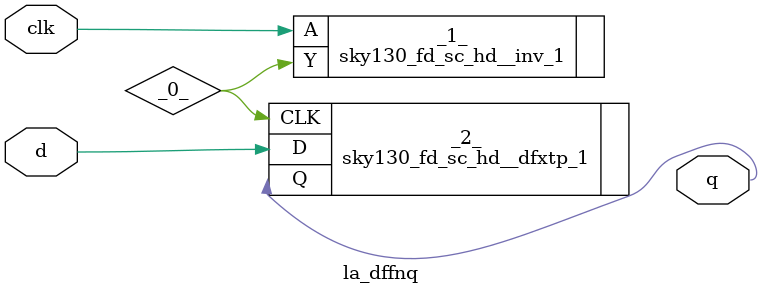
<source format=v>

/* Generated by Yosys 0.37 (git sha1 a5c7f69ed, clang 14.0.0-1ubuntu1.1 -fPIC -Os) */

module la_dffnq(d, clk, q);
  wire _0_;
  input clk;
  wire clk;
  input d;
  wire d;
  output q;
  wire q;
  sky130_fd_sc_hd__inv_1 _1_ (
    .A(clk),
    .Y(_0_)
  );
  sky130_fd_sc_hd__dfxtp_1 _2_ (
    .CLK(_0_),
    .D(d),
    .Q(q)
  );
endmodule

</source>
